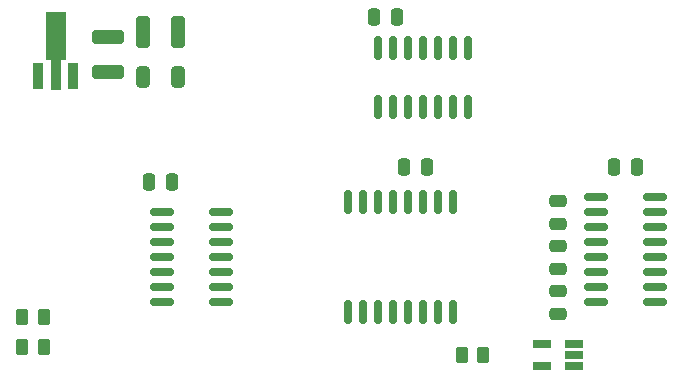
<source format=gbr>
%TF.GenerationSoftware,KiCad,Pcbnew,7.0.6*%
%TF.CreationDate,2023-08-24T17:38:11-04:00*%
%TF.ProjectId,usbio,75736269-6f2e-46b6-9963-61645f706362,rev?*%
%TF.SameCoordinates,Original*%
%TF.FileFunction,Paste,Top*%
%TF.FilePolarity,Positive*%
%FSLAX46Y46*%
G04 Gerber Fmt 4.6, Leading zero omitted, Abs format (unit mm)*
G04 Created by KiCad (PCBNEW 7.0.6) date 2023-08-24 17:38:11*
%MOMM*%
%LPD*%
G01*
G04 APERTURE LIST*
G04 Aperture macros list*
%AMRoundRect*
0 Rectangle with rounded corners*
0 $1 Rounding radius*
0 $2 $3 $4 $5 $6 $7 $8 $9 X,Y pos of 4 corners*
0 Add a 4 corners polygon primitive as box body*
4,1,4,$2,$3,$4,$5,$6,$7,$8,$9,$2,$3,0*
0 Add four circle primitives for the rounded corners*
1,1,$1+$1,$2,$3*
1,1,$1+$1,$4,$5*
1,1,$1+$1,$6,$7*
1,1,$1+$1,$8,$9*
0 Add four rect primitives between the rounded corners*
20,1,$1+$1,$2,$3,$4,$5,0*
20,1,$1+$1,$4,$5,$6,$7,0*
20,1,$1+$1,$6,$7,$8,$9,0*
20,1,$1+$1,$8,$9,$2,$3,0*%
%AMFreePoly0*
4,1,9,5.362500,-0.866500,1.237500,-0.866500,1.237500,-0.450000,-1.237500,-0.450000,-1.237500,0.450000,1.237500,0.450000,1.237500,0.866500,5.362500,0.866500,5.362500,-0.866500,5.362500,-0.866500,$1*%
G04 Aperture macros list end*
%ADD10RoundRect,0.150000X0.825000X0.150000X-0.825000X0.150000X-0.825000X-0.150000X0.825000X-0.150000X0*%
%ADD11RoundRect,0.150000X-0.150000X0.875000X-0.150000X-0.875000X0.150000X-0.875000X0.150000X0.875000X0*%
%ADD12RoundRect,0.250000X-0.475000X0.250000X-0.475000X-0.250000X0.475000X-0.250000X0.475000X0.250000X0*%
%ADD13R,0.900000X2.300000*%
%ADD14FreePoly0,90.000000*%
%ADD15RoundRect,0.250000X-0.250000X-0.475000X0.250000X-0.475000X0.250000X0.475000X-0.250000X0.475000X0*%
%ADD16RoundRect,0.250000X-0.262500X-0.450000X0.262500X-0.450000X0.262500X0.450000X-0.262500X0.450000X0*%
%ADD17R,1.560000X0.650000*%
%ADD18RoundRect,0.250000X0.250000X0.475000X-0.250000X0.475000X-0.250000X-0.475000X0.250000X-0.475000X0*%
%ADD19RoundRect,0.150000X-0.825000X-0.150000X0.825000X-0.150000X0.825000X0.150000X-0.825000X0.150000X0*%
%ADD20RoundRect,0.150000X-0.150000X0.825000X-0.150000X-0.825000X0.150000X-0.825000X0.150000X0.825000X0*%
%ADD21RoundRect,0.250000X0.325000X1.100000X-0.325000X1.100000X-0.325000X-1.100000X0.325000X-1.100000X0*%
%ADD22RoundRect,0.250000X0.325000X0.650000X-0.325000X0.650000X-0.325000X-0.650000X0.325000X-0.650000X0*%
%ADD23RoundRect,0.250000X1.100000X-0.325000X1.100000X0.325000X-1.100000X0.325000X-1.100000X-0.325000X0*%
%ADD24RoundRect,0.250000X0.262500X0.450000X-0.262500X0.450000X-0.262500X-0.450000X0.262500X-0.450000X0*%
G04 APERTURE END LIST*
D10*
%TO.C,U1*%
X102870000Y-77470000D03*
X102870000Y-76200000D03*
X102870000Y-74930000D03*
X102870000Y-73660000D03*
X102870000Y-72390000D03*
X102870000Y-71120000D03*
X102870000Y-69850000D03*
X97920000Y-69850000D03*
X97920000Y-71120000D03*
X97920000Y-72390000D03*
X97920000Y-73660000D03*
X97920000Y-74930000D03*
X97920000Y-76200000D03*
X97920000Y-77470000D03*
%TD*%
D11*
%TO.C,U3*%
X122555000Y-69010000D03*
X121285000Y-69010000D03*
X120015000Y-69010000D03*
X118745000Y-69010000D03*
X117475000Y-69010000D03*
X116205000Y-69010000D03*
X114935000Y-69010000D03*
X113665000Y-69010000D03*
X113665000Y-78310000D03*
X114935000Y-78310000D03*
X116205000Y-78310000D03*
X117475000Y-78310000D03*
X118745000Y-78310000D03*
X120015000Y-78310000D03*
X121285000Y-78310000D03*
X122555000Y-78310000D03*
%TD*%
D12*
%TO.C,C9*%
X131445000Y-76520000D03*
X131445000Y-78420000D03*
%TD*%
D13*
%TO.C,U5*%
X87400000Y-58330000D03*
D14*
X88900000Y-58242500D03*
D13*
X90400000Y-58330000D03*
%TD*%
D15*
%TO.C,C8*%
X136210000Y-66040000D03*
X138110000Y-66040000D03*
%TD*%
D16*
%TO.C,R2*%
X86082500Y-78740000D03*
X87907500Y-78740000D03*
%TD*%
D17*
%TO.C,U6*%
X132795000Y-82865000D03*
X132795000Y-81915000D03*
X132795000Y-80965000D03*
X130095000Y-80965000D03*
X130095000Y-82865000D03*
%TD*%
D18*
%TO.C,C5*%
X120330000Y-66040000D03*
X118430000Y-66040000D03*
%TD*%
D19*
%TO.C,U2*%
X134685000Y-68580000D03*
X134685000Y-69850000D03*
X134685000Y-71120000D03*
X134685000Y-72390000D03*
X134685000Y-73660000D03*
X134685000Y-74930000D03*
X134685000Y-76200000D03*
X134685000Y-77470000D03*
X139635000Y-77470000D03*
X139635000Y-76200000D03*
X139635000Y-74930000D03*
X139635000Y-73660000D03*
X139635000Y-72390000D03*
X139635000Y-71120000D03*
X139635000Y-69850000D03*
X139635000Y-68580000D03*
%TD*%
D12*
%TO.C,C7*%
X131445000Y-72710000D03*
X131445000Y-74610000D03*
%TD*%
D15*
%TO.C,C10*%
X115890000Y-53340000D03*
X117790000Y-53340000D03*
%TD*%
D20*
%TO.C,U4*%
X123825000Y-55945000D03*
X122555000Y-55945000D03*
X121285000Y-55945000D03*
X120015000Y-55945000D03*
X118745000Y-55945000D03*
X117475000Y-55945000D03*
X116205000Y-55945000D03*
X116205000Y-60895000D03*
X117475000Y-60895000D03*
X118745000Y-60895000D03*
X120015000Y-60895000D03*
X121285000Y-60895000D03*
X122555000Y-60895000D03*
X123825000Y-60895000D03*
%TD*%
D16*
%TO.C,R1*%
X86082500Y-81280000D03*
X87907500Y-81280000D03*
%TD*%
D15*
%TO.C,C4*%
X96840000Y-67310000D03*
X98740000Y-67310000D03*
%TD*%
D12*
%TO.C,C6*%
X131445000Y-68900000D03*
X131445000Y-70800000D03*
%TD*%
D21*
%TO.C,C2*%
X99265000Y-54610000D03*
X96315000Y-54610000D03*
%TD*%
D22*
%TO.C,C3*%
X99265000Y-58420000D03*
X96315000Y-58420000D03*
%TD*%
D23*
%TO.C,C1*%
X93345000Y-57990000D03*
X93345000Y-55040000D03*
%TD*%
D24*
%TO.C,R3*%
X125095000Y-81915000D03*
X123270000Y-81915000D03*
%TD*%
M02*

</source>
